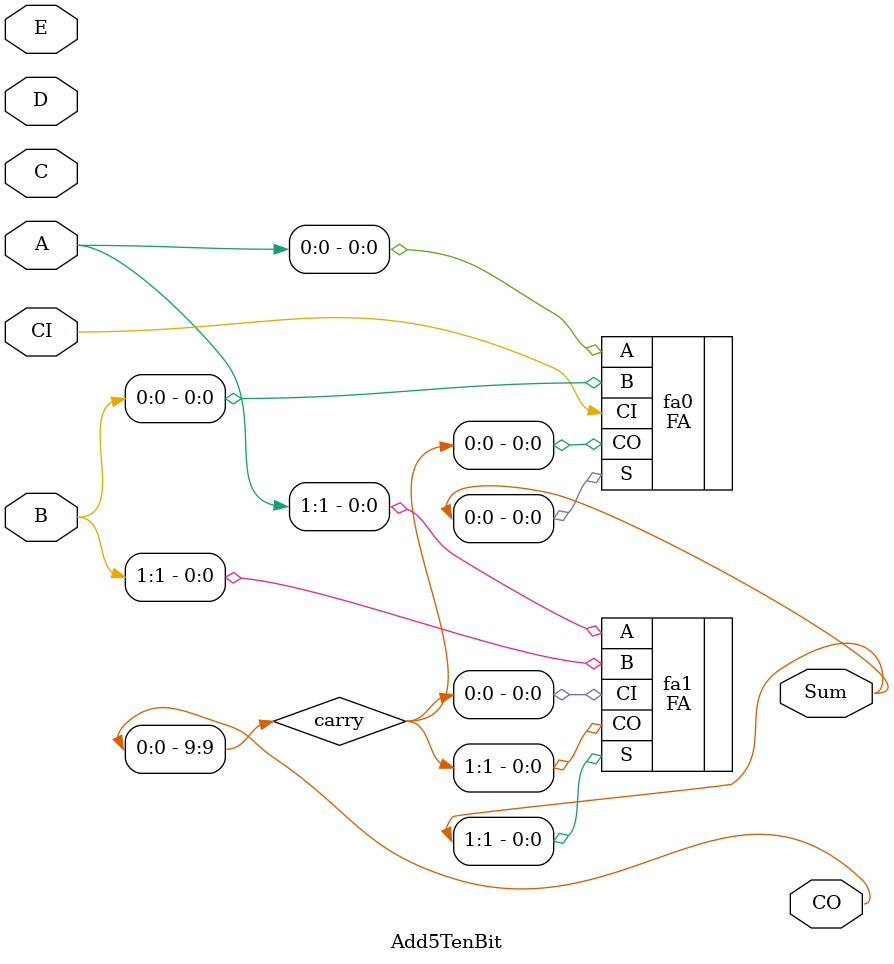
<source format=v>
module Add5TenBit(A, B, C, D, E, CI, Sum, CO);
    input [9:0] A, B, C, D, E;  // 10-bit inputs
    input CI;  // Carry-in
    output [9:0] Sum;  // 10-bit sum
    output CO;  // Carry-out

    // Internal carry wires
    wire [9:0] carry;

    // Full adders (FA) to add the partial products and carry
    FA fa0(.A(A[0]), .B(B[0]), .CI(CI), .S(Sum[0]), .CO(carry[0]));
    FA fa1(.A(A[1]), .B(B[1]), .CI(carry[0]), .S(Sum[1]), .CO(carry[1]));
    // Repeat for each bit as needed (e.g., fa2, fa3, etc.)
    // Finally:
    assign CO = carry[9];  // Final carry-out from the last full adder
endmodule

</source>
